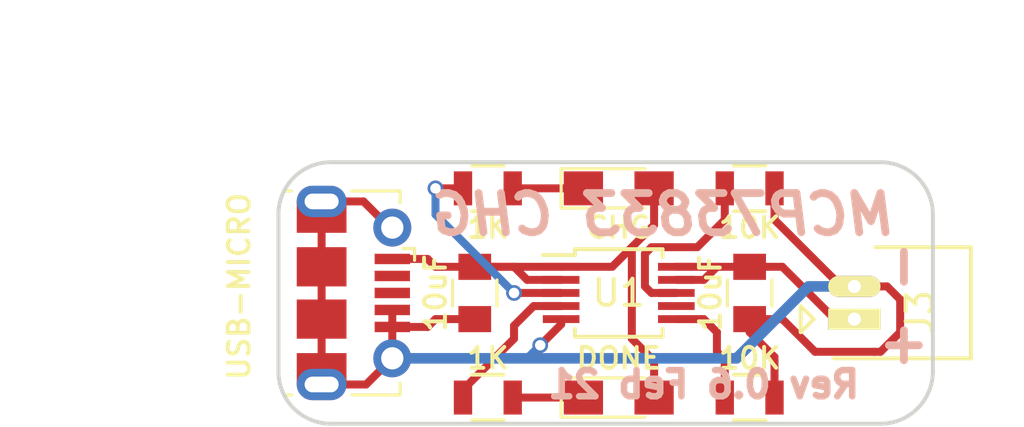
<source format=kicad_pcb>
(kicad_pcb (version 4) (host pcbnew 4.0.2+dfsg1-stable)

  (general
    (links 29)
    (no_connects 0)
    (area 135.924999 98.924999 161.075001 109.075001)
    (thickness 1.6)
    (drawings 13)
    (tracks 84)
    (zones 0)
    (modules 11)
    (nets 13)
  )

  (page A)
  (title_block
    (title "Beetje 32U4 Blok")
    (date 2018-08-10)
    (rev 0.0)
    (company www.MakersBox.us)
    (comment 1 648.ken@gmail.com)
  )

  (layers
    (0 F.Cu signal)
    (31 B.Cu signal)
    (32 B.Adhes user)
    (33 F.Adhes user)
    (34 B.Paste user)
    (35 F.Paste user)
    (36 B.SilkS user)
    (37 F.SilkS user)
    (38 B.Mask user)
    (39 F.Mask user)
    (40 Dwgs.User user)
    (41 Cmts.User user)
    (42 Eco1.User user)
    (43 Eco2.User user)
    (44 Edge.Cuts user)
    (45 Margin user)
    (46 B.CrtYd user)
    (47 F.CrtYd user)
    (48 B.Fab user)
    (49 F.Fab user)
  )

  (setup
    (last_trace_width 0.3048)
    (user_trace_width 0.254)
    (user_trace_width 0.3048)
    (user_trace_width 0.4064)
    (user_trace_width 0.6096)
    (trace_clearance 0.2)
    (zone_clearance 0.508)
    (zone_45_only no)
    (trace_min 0.2)
    (segment_width 0.2)
    (edge_width 0.15)
    (via_size 0.6)
    (via_drill 0.4)
    (via_min_size 0.4)
    (via_min_drill 0.3)
    (uvia_size 0.3)
    (uvia_drill 0.1)
    (uvias_allowed no)
    (uvia_min_size 0.2)
    (uvia_min_drill 0.1)
    (pcb_text_width 0.3)
    (pcb_text_size 1.5 1.5)
    (mod_edge_width 0.15)
    (mod_text_size 1 1)
    (mod_text_width 0.15)
    (pad_size 0.8 2)
    (pad_drill 0.5)
    (pad_to_mask_clearance 0)
    (aux_axis_origin 0 0)
    (visible_elements 7FFFFFFF)
    (pcbplotparams
      (layerselection 0x00030_80000001)
      (usegerberextensions false)
      (excludeedgelayer true)
      (linewidth 0.100000)
      (plotframeref false)
      (viasonmask false)
      (mode 1)
      (useauxorigin false)
      (hpglpennumber 1)
      (hpglpenspeed 20)
      (hpglpendiameter 15)
      (hpglpenoverlay 2)
      (psnegative false)
      (psa4output false)
      (plotreference true)
      (plotvalue true)
      (plotinvisibletext false)
      (padsonsilk false)
      (subtractmaskfromsilk false)
      (outputformat 1)
      (mirror false)
      (drillshape 1)
      (scaleselection 1)
      (outputdirectory ""))
  )

  (net 0 "")
  (net 1 GND)
  (net 2 VBUS)
  (net 3 "Net-(R3-Pad1)")
  (net 4 "Net-(D2-Pad1)")
  (net 5 "Net-(D3-Pad1)")
  (net 6 "Net-(R2-Pad1)")
  (net 7 "Net-(R4-Pad1)")
  (net 8 "Net-(R5-Pad1)")
  (net 9 "Net-(J2-Pad2)")
  (net 10 "Net-(J2-Pad3)")
  (net 11 "Net-(U1-Pad7)")
  (net 12 "Net-(C2-Pad1)")

  (net_class Default "This is the default net class."
    (clearance 0.2)
    (trace_width 0.25)
    (via_dia 0.6)
    (via_drill 0.4)
    (uvia_dia 0.3)
    (uvia_drill 0.1)
    (add_net GND)
    (add_net "Net-(C2-Pad1)")
    (add_net "Net-(D2-Pad1)")
    (add_net "Net-(D3-Pad1)")
    (add_net "Net-(J2-Pad2)")
    (add_net "Net-(J2-Pad3)")
    (add_net "Net-(R2-Pad1)")
    (add_net "Net-(R3-Pad1)")
    (add_net "Net-(R4-Pad1)")
    (add_net "Net-(R5-Pad1)")
    (add_net "Net-(U1-Pad7)")
    (add_net VBUS)
  )

  (module Connectors_Molex:Connector_Molex_PicoBlade_53048-0210 (layer F.Cu) (tedit 6034880B) (tstamp 60348BC1)
    (at 158 105 90)
    (descr "Molex PicoBlade 1.25mm shrouded header. Vertical. 2 ways")
    (path /5B7F07B5)
    (fp_text reference J3 (at 0.25 2.5 90) (layer F.SilkS)
      (effects (font (size 1 1) (thickness 0.15)))
    )
    (fp_text value BAT (at 0.625 5.65 90) (layer F.Fab)
      (effects (font (size 1 1) (thickness 0.15)))
    )
    (fp_line (start -1.5 -0.8) (end -1.5 4.45) (layer F.SilkS) (width 0.15))
    (fp_line (start -1.5 4.45) (end 2.75 4.45) (layer F.SilkS) (width 0.15))
    (fp_line (start 2.75 4.45) (end 2.75 0.8) (layer F.SilkS) (width 0.15))
    (fp_line (start 0 -1.55) (end -0.5 -2.05) (layer F.SilkS) (width 0.15))
    (fp_line (start -0.5 -2.05) (end 0.5 -2.05) (layer F.SilkS) (width 0.15))
    (fp_line (start 0.5 -2.05) (end 0 -1.55) (layer F.SilkS) (width 0.15))
    (fp_line (start 0.5 -1.05) (end -1.5 0.95) (layer F.Fab) (width 0.2))
    (fp_line (start -1.5 0.95) (end -1.5 4.45) (layer F.Fab) (width 0.2))
    (fp_line (start -1.5 4.45) (end 2.75 4.45) (layer F.Fab) (width 0.2))
    (fp_line (start 2.75 4.45) (end 2.75 -1.05) (layer F.Fab) (width 0.2))
    (fp_line (start 2.75 -1.05) (end 0.5 -1.05) (layer F.Fab) (width 0.2))
    (pad 1 thru_hole rect (at 0 0 90) (size 0.8 2) (drill 0.5) (layers *.Cu *.Mask F.SilkS)
      (net 12 "Net-(C2-Pad1)"))
    (pad 2 thru_hole oval (at 1.25 0 90) (size 0.8 2) (drill 0.5) (layers *.Cu *.Mask F.SilkS)
      (net 1 GND))
  )

  (module footprints:C_0805 (layer F.Cu) (tedit 60348791) (tstamp 60348B4C)
    (at 143.5 104 270)
    (descr "Capacitor SMD 0805, reflow soldering, AVX (see smccp.pdf)")
    (tags "capacitor 0805")
    (path /5B77416F)
    (attr smd)
    (fp_text reference C1 (at 0 -1.5 270) (layer F.SilkS) hide
      (effects (font (size 1 1) (thickness 0.15)))
    )
    (fp_text value 10uF (at 0 1.5 270) (layer F.SilkS)
      (effects (font (size 0.8 0.8) (thickness 0.15)))
    )
    (fp_text user %R (at 0 -1.5 270) (layer F.Fab)
      (effects (font (size 1 1) (thickness 0.15)))
    )
    (fp_line (start -1 0.62) (end -1 -0.62) (layer F.Fab) (width 0.1))
    (fp_line (start 1 0.62) (end -1 0.62) (layer F.Fab) (width 0.1))
    (fp_line (start 1 -0.62) (end 1 0.62) (layer F.Fab) (width 0.1))
    (fp_line (start -1 -0.62) (end 1 -0.62) (layer F.Fab) (width 0.1))
    (fp_line (start 0.5 -0.85) (end -0.5 -0.85) (layer F.SilkS) (width 0.12))
    (fp_line (start -0.5 0.85) (end 0.5 0.85) (layer F.SilkS) (width 0.12))
    (fp_line (start -1.75 -0.88) (end 1.75 -0.88) (layer F.CrtYd) (width 0.05))
    (fp_line (start -1.75 -0.88) (end -1.75 0.87) (layer F.CrtYd) (width 0.05))
    (fp_line (start 1.75 0.87) (end 1.75 -0.88) (layer F.CrtYd) (width 0.05))
    (fp_line (start 1.75 0.87) (end -1.75 0.87) (layer F.CrtYd) (width 0.05))
    (pad 1 smd rect (at -1 0 270) (size 1 1.25) (layers F.Cu F.Paste F.Mask)
      (net 2 VBUS))
    (pad 2 smd rect (at 1 0 270) (size 1 1.25) (layers F.Cu F.Paste F.Mask)
      (net 1 GND))
    (model Capacitors_SMD.3dshapes/C_0805.wrl
      (at (xyz 0 0 0))
      (scale (xyz 1 1 1))
      (rotate (xyz 0 0 0))
    )
  )

  (module footprints:C_0805 (layer F.Cu) (tedit 603487B6) (tstamp 60348B5D)
    (at 154 104 270)
    (descr "Capacitor SMD 0805, reflow soldering, AVX (see smccp.pdf)")
    (tags "capacitor 0805")
    (path /5B7EFC72)
    (attr smd)
    (fp_text reference C2 (at 0 -1.5 270) (layer F.SilkS) hide
      (effects (font (size 1 1) (thickness 0.15)))
    )
    (fp_text value 10uF (at 0 1.5 270) (layer F.SilkS)
      (effects (font (size 0.8 0.8) (thickness 0.15)))
    )
    (fp_text user %R (at 0 -1.5 270) (layer F.Fab)
      (effects (font (size 1 1) (thickness 0.15)))
    )
    (fp_line (start -1 0.62) (end -1 -0.62) (layer F.Fab) (width 0.1))
    (fp_line (start 1 0.62) (end -1 0.62) (layer F.Fab) (width 0.1))
    (fp_line (start 1 -0.62) (end 1 0.62) (layer F.Fab) (width 0.1))
    (fp_line (start -1 -0.62) (end 1 -0.62) (layer F.Fab) (width 0.1))
    (fp_line (start 0.5 -0.85) (end -0.5 -0.85) (layer F.SilkS) (width 0.12))
    (fp_line (start -0.5 0.85) (end 0.5 0.85) (layer F.SilkS) (width 0.12))
    (fp_line (start -1.75 -0.88) (end 1.75 -0.88) (layer F.CrtYd) (width 0.05))
    (fp_line (start -1.75 -0.88) (end -1.75 0.87) (layer F.CrtYd) (width 0.05))
    (fp_line (start 1.75 0.87) (end 1.75 -0.88) (layer F.CrtYd) (width 0.05))
    (fp_line (start 1.75 0.87) (end -1.75 0.87) (layer F.CrtYd) (width 0.05))
    (pad 1 smd rect (at -1 0 270) (size 1 1.25) (layers F.Cu F.Paste F.Mask)
      (net 12 "Net-(C2-Pad1)"))
    (pad 2 smd rect (at 1 0 270) (size 1 1.25) (layers F.Cu F.Paste F.Mask)
      (net 1 GND))
    (model Capacitors_SMD.3dshapes/C_0805.wrl
      (at (xyz 0 0 0))
      (scale (xyz 1 1 1))
      (rotate (xyz 0 0 0))
    )
  )

  (module footprints:LED_0805_HandSoldering (layer F.Cu) (tedit 603486F7) (tstamp 60348B72)
    (at 149 100)
    (descr "Resistor SMD 0805, hand soldering")
    (tags "resistor 0805")
    (path /5B7EF1B7)
    (attr smd)
    (fp_text reference D2 (at 0 -1.7) (layer F.SilkS) hide
      (effects (font (size 1 1) (thickness 0.15)))
    )
    (fp_text value CHG (at 0 1.5) (layer F.SilkS)
      (effects (font (size 0.8 0.8) (thickness 0.15)))
    )
    (fp_line (start -0.4 -0.4) (end -0.4 0.4) (layer F.Fab) (width 0.1))
    (fp_line (start -0.4 0) (end 0.2 -0.4) (layer F.Fab) (width 0.1))
    (fp_line (start 0.2 0.4) (end -0.4 0) (layer F.Fab) (width 0.1))
    (fp_line (start 0.2 -0.4) (end 0.2 0.4) (layer F.Fab) (width 0.1))
    (fp_line (start -1 0.62) (end -1 -0.62) (layer F.Fab) (width 0.1))
    (fp_line (start 1 0.62) (end -1 0.62) (layer F.Fab) (width 0.1))
    (fp_line (start 1 -0.62) (end 1 0.62) (layer F.Fab) (width 0.1))
    (fp_line (start -1 -0.62) (end 1 -0.62) (layer F.Fab) (width 0.1))
    (fp_line (start 1 0.75) (end -2.2 0.75) (layer F.SilkS) (width 0.12))
    (fp_line (start -2.2 -0.75) (end 1 -0.75) (layer F.SilkS) (width 0.12))
    (fp_line (start -2.35 -0.9) (end 2.35 -0.9) (layer F.CrtYd) (width 0.05))
    (fp_line (start -2.35 -0.9) (end -2.35 0.9) (layer F.CrtYd) (width 0.05))
    (fp_line (start 2.35 0.9) (end 2.35 -0.9) (layer F.CrtYd) (width 0.05))
    (fp_line (start 2.35 0.9) (end -2.35 0.9) (layer F.CrtYd) (width 0.05))
    (fp_line (start -2.2 -0.75) (end -2.2 0.75) (layer F.SilkS) (width 0.12))
    (pad 1 smd rect (at -1.35 0) (size 1.5 1.3) (layers F.Cu F.Paste F.Mask)
      (net 4 "Net-(D2-Pad1)"))
    (pad 2 smd rect (at 1.35 0) (size 1.5 1.3) (layers F.Cu F.Paste F.Mask)
      (net 2 VBUS))
    (model ${KISYS3DMOD}/LEDs.3dshapes/LED_0805.wrl
      (at (xyz 0 0 0))
      (scale (xyz 1 1 1))
      (rotate (xyz 0 0 0))
    )
  )

  (module footprints:LED_0805_HandSoldering (layer F.Cu) (tedit 603486E7) (tstamp 60348B87)
    (at 149 108)
    (descr "Resistor SMD 0805, hand soldering")
    (tags "resistor 0805")
    (path /5E84D467)
    (attr smd)
    (fp_text reference D3 (at 0 -1.7) (layer F.SilkS) hide
      (effects (font (size 1 1) (thickness 0.15)))
    )
    (fp_text value DONE (at 0 -1.5) (layer F.SilkS)
      (effects (font (size 0.8 0.8) (thickness 0.15)))
    )
    (fp_line (start -0.4 -0.4) (end -0.4 0.4) (layer F.Fab) (width 0.1))
    (fp_line (start -0.4 0) (end 0.2 -0.4) (layer F.Fab) (width 0.1))
    (fp_line (start 0.2 0.4) (end -0.4 0) (layer F.Fab) (width 0.1))
    (fp_line (start 0.2 -0.4) (end 0.2 0.4) (layer F.Fab) (width 0.1))
    (fp_line (start -1 0.62) (end -1 -0.62) (layer F.Fab) (width 0.1))
    (fp_line (start 1 0.62) (end -1 0.62) (layer F.Fab) (width 0.1))
    (fp_line (start 1 -0.62) (end 1 0.62) (layer F.Fab) (width 0.1))
    (fp_line (start -1 -0.62) (end 1 -0.62) (layer F.Fab) (width 0.1))
    (fp_line (start 1 0.75) (end -2.2 0.75) (layer F.SilkS) (width 0.12))
    (fp_line (start -2.2 -0.75) (end 1 -0.75) (layer F.SilkS) (width 0.12))
    (fp_line (start -2.35 -0.9) (end 2.35 -0.9) (layer F.CrtYd) (width 0.05))
    (fp_line (start -2.35 -0.9) (end -2.35 0.9) (layer F.CrtYd) (width 0.05))
    (fp_line (start 2.35 0.9) (end 2.35 -0.9) (layer F.CrtYd) (width 0.05))
    (fp_line (start 2.35 0.9) (end -2.35 0.9) (layer F.CrtYd) (width 0.05))
    (fp_line (start -2.2 -0.75) (end -2.2 0.75) (layer F.SilkS) (width 0.12))
    (pad 1 smd rect (at -1.35 0) (size 1.5 1.3) (layers F.Cu F.Paste F.Mask)
      (net 5 "Net-(D3-Pad1)"))
    (pad 2 smd rect (at 1.35 0) (size 1.5 1.3) (layers F.Cu F.Paste F.Mask)
      (net 2 VBUS))
    (model ${KISYS3DMOD}/LEDs.3dshapes/LED_0805.wrl
      (at (xyz 0 0 0))
      (scale (xyz 1 1 1))
      (rotate (xyz 0 0 0))
    )
  )

  (module footprints:USB_Micro-B_Molex-105017-0001 (layer F.Cu) (tedit 6034870A) (tstamp 60348BB0)
    (at 138 104 270)
    (descr http://www.molex.com/pdm_docs/sd/1050170001_sd.pdf)
    (tags "Micro-USB SMD Typ-B")
    (path /5EA71AD7)
    (attr smd)
    (fp_text reference J2 (at 0 -4 270) (layer F.SilkS) hide
      (effects (font (size 1 1) (thickness 0.15)))
    )
    (fp_text value USB-MICRO (at -0.25 3.5 270) (layer F.SilkS)
      (effects (font (size 0.8 0.8) (thickness 0.15)))
    )
    (fp_line (start -4.4 2.75) (end 4.4 2.75) (layer F.CrtYd) (width 0.05))
    (fp_line (start 4.4 -3.35) (end 4.4 2.75) (layer F.CrtYd) (width 0.05))
    (fp_line (start -4.4 -3.35) (end 4.4 -3.35) (layer F.CrtYd) (width 0.05))
    (fp_line (start -4.4 2.75) (end -4.4 -3.35) (layer F.CrtYd) (width 0.05))
    (fp_text user "PCB Edge" (at 0 1.8 270) (layer Dwgs.User)
      (effects (font (size 0.5 0.5) (thickness 0.08)))
    )
    (fp_line (start -3.9 -2.65) (end -3.45 -2.65) (layer F.SilkS) (width 0.12))
    (fp_line (start -3.9 -0.8) (end -3.9 -2.65) (layer F.SilkS) (width 0.12))
    (fp_line (start 3.9 1.75) (end 3.9 1.5) (layer F.SilkS) (width 0.12))
    (fp_line (start 3.75 2.5) (end 3.75 -2.5) (layer F.Fab) (width 0.1))
    (fp_line (start -3 1.801704) (end 3 1.801704) (layer F.Fab) (width 0.1))
    (fp_line (start -3.75 2.501704) (end 3.75 2.501704) (layer F.Fab) (width 0.1))
    (fp_line (start -3.75 -2.5) (end 3.75 -2.5) (layer F.Fab) (width 0.1))
    (fp_line (start -3.75 2.5) (end -3.75 -2.5) (layer F.Fab) (width 0.1))
    (fp_line (start -3.9 1.75) (end -3.9 1.5) (layer F.SilkS) (width 0.12))
    (fp_line (start 3.9 -0.8) (end 3.9 -2.65) (layer F.SilkS) (width 0.12))
    (fp_line (start 3.9 -2.65) (end 3.45 -2.65) (layer F.SilkS) (width 0.12))
    (fp_text user %R (at 0 0 270) (layer F.Fab)
      (effects (font (size 1 1) (thickness 0.15)))
    )
    (fp_line (start -1.7 -3.2) (end -1.25 -3.2) (layer F.SilkS) (width 0.12))
    (fp_line (start -1.7 -3.2) (end -1.7 -2.75) (layer F.SilkS) (width 0.12))
    (fp_line (start -1.3 -2.6) (end -1.5 -2.8) (layer F.Fab) (width 0.1))
    (fp_line (start -1.1 -2.8) (end -1.3 -2.6) (layer F.Fab) (width 0.1))
    (fp_line (start -1.5 -3.01) (end -1.1 -3.01) (layer F.Fab) (width 0.1))
    (fp_line (start -1.5 -3.01) (end -1.5 -2.8) (layer F.Fab) (width 0.1))
    (fp_line (start -1.1 -3.01) (end -1.1 -2.8) (layer F.Fab) (width 0.1))
    (pad 5 smd rect (at 1 0.35 270) (size 1.5 1.9) (layers F.Cu F.Paste F.Mask)
      (net 1 GND))
    (pad 5 thru_hole circle (at -2.5 -2.35 270) (size 1.45 1.45) (drill 0.85) (layers *.Cu *.Mask)
      (net 1 GND))
    (pad 2 smd rect (at -0.65 -2.35 270) (size 0.4 1.35) (layers F.Cu F.Paste F.Mask)
      (net 9 "Net-(J2-Pad2)"))
    (pad 1 smd rect (at -1.3 -2.35 270) (size 0.4 1.35) (layers F.Cu F.Paste F.Mask)
      (net 2 VBUS))
    (pad 5 smd rect (at 1.3 -2.35 270) (size 0.4 1.35) (layers F.Cu F.Paste F.Mask)
      (net 1 GND))
    (pad 4 smd rect (at 0.65 -2.35 270) (size 0.4 1.35) (layers F.Cu F.Paste F.Mask)
      (net 1 GND))
    (pad 3 smd rect (at 0 -2.35 270) (size 0.4 1.35) (layers F.Cu F.Paste F.Mask)
      (net 10 "Net-(J2-Pad3)"))
    (pad 5 thru_hole circle (at 2.5 -2.35 270) (size 1.45 1.45) (drill 0.85) (layers *.Cu *.Mask)
      (net 1 GND))
    (pad 5 smd rect (at -1 0.35 270) (size 1.5 1.9) (layers F.Cu F.Paste F.Mask)
      (net 1 GND))
    (pad 5 thru_hole oval (at -3.5 0.35 90) (size 1.2 1.9) (drill oval 0.6 1.3) (layers *.Cu *.Mask)
      (net 1 GND))
    (pad 5 thru_hole oval (at 3.5 0.35 270) (size 1.2 1.9) (drill oval 0.6 1.3) (layers *.Cu *.Mask)
      (net 1 GND))
    (pad 5 smd rect (at 2.9 0.35 270) (size 1.2 1.9) (layers F.Cu F.Mask)
      (net 1 GND))
    (pad 5 smd rect (at -2.9 0.35 270) (size 1.2 1.9) (layers F.Cu F.Mask)
      (net 1 GND))
    (model ${KISYS3DMOD}/Connectors_USB.3dshapes/USB_Micro-B_Molex-105017-0001.wrl
      (at (xyz 0 0 0))
      (scale (xyz 1 1 1))
      (rotate (xyz 0 0 0))
    )
  )

  (module footprints:MSOP-10_3x3mm_Pitch0.5mm (layer F.Cu) (tedit 5E84CEE1) (tstamp 60348C24)
    (at 149 104)
    (descr "10-Lead Plastic Micro Small Outline Package (MS) [MSOP] (see Microchip Packaging Specification 00000049BS.pdf)")
    (tags "SSOP 0.5")
    (path /5E84C831)
    (attr smd)
    (fp_text reference U1 (at 0 0) (layer F.SilkS)
      (effects (font (size 1 1) (thickness 0.15)))
    )
    (fp_text value MCP73833 (at 0 2.6) (layer F.Fab)
      (effects (font (size 1 1) (thickness 0.15)))
    )
    (fp_line (start -0.5 -1.5) (end 1.5 -1.5) (layer F.Fab) (width 0.15))
    (fp_line (start 1.5 -1.5) (end 1.5 1.5) (layer F.Fab) (width 0.15))
    (fp_line (start 1.5 1.5) (end -1.5 1.5) (layer F.Fab) (width 0.15))
    (fp_line (start -1.5 1.5) (end -1.5 -0.5) (layer F.Fab) (width 0.15))
    (fp_line (start -1.5 -0.5) (end -0.5 -1.5) (layer F.Fab) (width 0.15))
    (fp_line (start -3.15 -1.85) (end -3.15 1.85) (layer F.CrtYd) (width 0.05))
    (fp_line (start 3.15 -1.85) (end 3.15 1.85) (layer F.CrtYd) (width 0.05))
    (fp_line (start -3.15 -1.85) (end 3.15 -1.85) (layer F.CrtYd) (width 0.05))
    (fp_line (start -3.15 1.85) (end 3.15 1.85) (layer F.CrtYd) (width 0.05))
    (fp_line (start -1.675 -1.675) (end -1.675 -1.45) (layer F.SilkS) (width 0.15))
    (fp_line (start 1.675 -1.675) (end 1.675 -1.375) (layer F.SilkS) (width 0.15))
    (fp_line (start 1.675 1.675) (end 1.675 1.375) (layer F.SilkS) (width 0.15))
    (fp_line (start -1.675 1.675) (end -1.675 1.375) (layer F.SilkS) (width 0.15))
    (fp_line (start -1.675 -1.675) (end 1.675 -1.675) (layer F.SilkS) (width 0.15))
    (fp_line (start -1.675 1.675) (end 1.675 1.675) (layer F.SilkS) (width 0.15))
    (fp_line (start -1.675 -1.45) (end -2.9 -1.45) (layer F.SilkS) (width 0.15))
    (fp_text user %R (at 0 0) (layer F.Fab)
      (effects (font (size 0.6 0.6) (thickness 0.15)))
    )
    (pad 1 smd rect (at -2.2 -1) (size 1.4 0.3) (layers F.Cu F.Paste F.Mask)
      (net 2 VBUS))
    (pad 2 smd rect (at -2.2 -0.5) (size 1.4 0.3) (layers F.Cu F.Paste F.Mask)
      (net 2 VBUS))
    (pad 3 smd rect (at -2.2 0) (size 1.4 0.3) (layers F.Cu F.Paste F.Mask)
      (net 6 "Net-(R2-Pad1)"))
    (pad 4 smd rect (at -2.2 0.5) (size 1.4 0.3) (layers F.Cu F.Paste F.Mask)
      (net 3 "Net-(R3-Pad1)"))
    (pad 5 smd rect (at -2.2 1) (size 1.4 0.3) (layers F.Cu F.Paste F.Mask)
      (net 1 GND))
    (pad 6 smd rect (at 2.2 1) (size 1.4 0.3) (layers F.Cu F.Paste F.Mask)
      (net 8 "Net-(R5-Pad1)"))
    (pad 7 smd rect (at 2.2 0.5) (size 1.4 0.3) (layers F.Cu F.Paste F.Mask)
      (net 11 "Net-(U1-Pad7)"))
    (pad 8 smd rect (at 2.2 0) (size 1.4 0.3) (layers F.Cu F.Paste F.Mask)
      (net 7 "Net-(R4-Pad1)"))
    (pad 9 smd rect (at 2.2 -0.5) (size 1.4 0.3) (layers F.Cu F.Paste F.Mask)
      (net 12 "Net-(C2-Pad1)"))
    (pad 10 smd rect (at 2.2 -1) (size 1.4 0.3) (layers F.Cu F.Paste F.Mask)
      (net 12 "Net-(C2-Pad1)"))
    (model ${KISYS3DMOD}/Housings_SSOP.3dshapes/MSOP-10_3x3mm_Pitch0.5mm.wrl
      (at (xyz 0 0 0))
      (scale (xyz 1 1 1))
      (rotate (xyz 0 0 0))
    )
  )

  (module Resistors_SMD:R_0805 (layer F.Cu) (tedit 60348762) (tstamp 60348C05)
    (at 154 108)
    (descr "Resistor SMD 0805, reflow soldering, Vishay (see dcrcw.pdf)")
    (tags "resistor 0805")
    (path /5B7EFA67)
    (attr smd)
    (fp_text reference R5 (at 2.5 2.25) (layer F.SilkS) hide
      (effects (font (size 1 1) (thickness 0.15)))
    )
    (fp_text value 10K (at 0 -1.5) (layer F.SilkS)
      (effects (font (size 0.8 0.8) (thickness 0.15)))
    )
    (fp_line (start -1.6 -1) (end 1.6 -1) (layer F.CrtYd) (width 0.05))
    (fp_line (start -1.6 1) (end 1.6 1) (layer F.CrtYd) (width 0.05))
    (fp_line (start -1.6 -1) (end -1.6 1) (layer F.CrtYd) (width 0.05))
    (fp_line (start 1.6 -1) (end 1.6 1) (layer F.CrtYd) (width 0.05))
    (fp_line (start 0.6 0.875) (end -0.6 0.875) (layer F.SilkS) (width 0.15))
    (fp_line (start -0.6 -0.875) (end 0.6 -0.875) (layer F.SilkS) (width 0.15))
    (pad 1 smd rect (at -0.95 0) (size 0.7 1.3) (layers F.Cu F.Paste F.Mask)
      (net 8 "Net-(R5-Pad1)"))
    (pad 2 smd rect (at 0.95 0) (size 0.7 1.3) (layers F.Cu F.Paste F.Mask)
      (net 1 GND))
    (model Resistors_SMD.3dshapes/R_0805.wrl
      (at (xyz 0 0 0))
      (scale (xyz 1 1 1))
      (rotate (xyz 0 0 0))
    )
  )

  (module Resistors_SMD:R_0805 (layer F.Cu) (tedit 60348749) (tstamp 60348BF4)
    (at 154 100)
    (descr "Resistor SMD 0805, reflow soldering, Vishay (see dcrcw.pdf)")
    (tags "resistor 0805")
    (path /5E84F5CB)
    (attr smd)
    (fp_text reference R4 (at 0 -2.1) (layer F.SilkS) hide
      (effects (font (size 1 1) (thickness 0.15)))
    )
    (fp_text value 10K (at 0 1.5) (layer F.SilkS)
      (effects (font (size 0.8 0.8) (thickness 0.15)))
    )
    (fp_line (start -1.6 -1) (end 1.6 -1) (layer F.CrtYd) (width 0.05))
    (fp_line (start -1.6 1) (end 1.6 1) (layer F.CrtYd) (width 0.05))
    (fp_line (start -1.6 -1) (end -1.6 1) (layer F.CrtYd) (width 0.05))
    (fp_line (start 1.6 -1) (end 1.6 1) (layer F.CrtYd) (width 0.05))
    (fp_line (start 0.6 0.875) (end -0.6 0.875) (layer F.SilkS) (width 0.15))
    (fp_line (start -0.6 -0.875) (end 0.6 -0.875) (layer F.SilkS) (width 0.15))
    (pad 1 smd rect (at -0.95 0) (size 0.7 1.3) (layers F.Cu F.Paste F.Mask)
      (net 7 "Net-(R4-Pad1)"))
    (pad 2 smd rect (at 0.95 0) (size 0.7 1.3) (layers F.Cu F.Paste F.Mask)
      (net 1 GND))
    (model Resistors_SMD.3dshapes/R_0805.wrl
      (at (xyz 0 0 0))
      (scale (xyz 1 1 1))
      (rotate (xyz 0 0 0))
    )
  )

  (module Resistors_SMD:R_0805 (layer F.Cu) (tedit 60348779) (tstamp 60348BE3)
    (at 144 108)
    (descr "Resistor SMD 0805, reflow soldering, Vishay (see dcrcw.pdf)")
    (tags "resistor 0805")
    (path /5E84D4BF)
    (attr smd)
    (fp_text reference R3 (at -0.25 2.25) (layer F.SilkS) hide
      (effects (font (size 1 1) (thickness 0.15)))
    )
    (fp_text value 1K (at 0 -1.5) (layer F.SilkS)
      (effects (font (size 0.8 0.8) (thickness 0.15)))
    )
    (fp_line (start -1.6 -1) (end 1.6 -1) (layer F.CrtYd) (width 0.05))
    (fp_line (start -1.6 1) (end 1.6 1) (layer F.CrtYd) (width 0.05))
    (fp_line (start -1.6 -1) (end -1.6 1) (layer F.CrtYd) (width 0.05))
    (fp_line (start 1.6 -1) (end 1.6 1) (layer F.CrtYd) (width 0.05))
    (fp_line (start 0.6 0.875) (end -0.6 0.875) (layer F.SilkS) (width 0.15))
    (fp_line (start -0.6 -0.875) (end 0.6 -0.875) (layer F.SilkS) (width 0.15))
    (pad 1 smd rect (at -0.95 0) (size 0.7 1.3) (layers F.Cu F.Paste F.Mask)
      (net 3 "Net-(R3-Pad1)"))
    (pad 2 smd rect (at 0.95 0) (size 0.7 1.3) (layers F.Cu F.Paste F.Mask)
      (net 5 "Net-(D3-Pad1)"))
    (model Resistors_SMD.3dshapes/R_0805.wrl
      (at (xyz 0 0 0))
      (scale (xyz 1 1 1))
      (rotate (xyz 0 0 0))
    )
  )

  (module Resistors_SMD:R_0805 (layer F.Cu) (tedit 60348735) (tstamp 60348BD2)
    (at 144 100)
    (descr "Resistor SMD 0805, reflow soldering, Vishay (see dcrcw.pdf)")
    (tags "resistor 0805")
    (path /5B7EF1EF)
    (attr smd)
    (fp_text reference R2 (at 0 -2.1) (layer F.SilkS) hide
      (effects (font (size 1 1) (thickness 0.15)))
    )
    (fp_text value 1K (at 0 1.5) (layer F.SilkS)
      (effects (font (size 0.8 0.8) (thickness 0.15)))
    )
    (fp_line (start -1.6 -1) (end 1.6 -1) (layer F.CrtYd) (width 0.05))
    (fp_line (start -1.6 1) (end 1.6 1) (layer F.CrtYd) (width 0.05))
    (fp_line (start -1.6 -1) (end -1.6 1) (layer F.CrtYd) (width 0.05))
    (fp_line (start 1.6 -1) (end 1.6 1) (layer F.CrtYd) (width 0.05))
    (fp_line (start 0.6 0.875) (end -0.6 0.875) (layer F.SilkS) (width 0.15))
    (fp_line (start -0.6 -0.875) (end 0.6 -0.875) (layer F.SilkS) (width 0.15))
    (pad 1 smd rect (at -0.95 0) (size 0.7 1.3) (layers F.Cu F.Paste F.Mask)
      (net 6 "Net-(R2-Pad1)"))
    (pad 2 smd rect (at 0.95 0) (size 0.7 1.3) (layers F.Cu F.Paste F.Mask)
      (net 4 "Net-(D2-Pad1)"))
    (model Resistors_SMD.3dshapes/R_0805.wrl
      (at (xyz 0 0 0))
      (scale (xyz 1 1 1))
      (rotate (xyz 0 0 0))
    )
  )

  (dimension 25 (width 0.3) (layer Dwgs.User)
    (gr_text "25.000 mm" (at 148.5 94.65) (layer Dwgs.User)
      (effects (font (size 1.5 1.5) (thickness 0.3)))
    )
    (feature1 (pts (xy 161 99) (xy 161 93.3)))
    (feature2 (pts (xy 136 99) (xy 136 93.3)))
    (crossbar (pts (xy 136 96) (xy 161 96)))
    (arrow1a (pts (xy 161 96) (xy 159.873496 96.586421)))
    (arrow1b (pts (xy 161 96) (xy 159.873496 95.413579)))
    (arrow2a (pts (xy 136 96) (xy 137.126504 96.586421)))
    (arrow2b (pts (xy 136 96) (xy 137.126504 95.413579)))
  )
  (gr_line (start 138 99) (end 159 99) (angle 90) (layer Edge.Cuts) (width 0.15))
  (gr_line (start 138 109) (end 159 109) (angle 90) (layer Edge.Cuts) (width 0.15))
  (gr_arc (start 159 101) (end 159 99) (angle 90) (layer Edge.Cuts) (width 0.15))
  (gr_text "+ -" (at 160 104.5 270) (layer B.SilkS)
    (effects (font (size 1.5 1.5) (thickness 0.3)) (justify mirror))
  )
  (gr_text "Rev 0.6 Feb 21" (at 152.25 107.5) (layer B.SilkS)
    (effects (font (size 1 1) (thickness 0.25)) (justify mirror))
  )
  (gr_text "MCP73833 CHG" (at 150.75 101) (layer B.SilkS)
    (effects (font (size 1.5 1.5) (thickness 0.3) italic) (justify mirror))
  )
  (dimension 10 (width 0.3) (layer Dwgs.User)
    (gr_text "10.000 mm" (at 131.65 104 270) (layer Dwgs.User)
      (effects (font (size 1.5 1.5) (thickness 0.3)))
    )
    (feature1 (pts (xy 136 109) (xy 130.3 109)))
    (feature2 (pts (xy 136 99) (xy 130.3 99)))
    (crossbar (pts (xy 133 99) (xy 133 109)))
    (arrow1a (pts (xy 133 109) (xy 132.413579 107.873496)))
    (arrow1b (pts (xy 133 109) (xy 133.586421 107.873496)))
    (arrow2a (pts (xy 133 99) (xy 132.413579 100.126504)))
    (arrow2b (pts (xy 133 99) (xy 133.586421 100.126504)))
  )
  (gr_line (start 161 107) (end 161 101) (angle 90) (layer Edge.Cuts) (width 0.15))
  (gr_arc (start 159 107) (end 161 107) (angle 90) (layer Edge.Cuts) (width 0.15))
  (gr_line (start 136 107) (end 136 101) (angle 90) (layer Edge.Cuts) (width 0.15))
  (gr_arc (start 138 101) (end 136 101) (angle 90) (layer Edge.Cuts) (width 0.15))
  (gr_arc (start 138 107) (end 138 109) (angle 90) (layer Edge.Cuts) (width 0.15))

  (segment (start 158.75 106.25) (end 159 106.25) (width 0.3048) (layer F.Cu) (net 1))
  (segment (start 155.25 105) (end 156.5 106.25) (width 0.3048) (layer F.Cu) (net 1) (tstamp 60349DE4))
  (segment (start 156.5 106.25) (end 158.75 106.25) (width 0.3048) (layer F.Cu) (net 1) (tstamp 60349DE6))
  (segment (start 154 105) (end 155.25 105) (width 0.3048) (layer F.Cu) (net 1))
  (segment (start 159.25 103.75) (end 158 103.75) (width 0.3048) (layer F.Cu) (net 1) (tstamp 6034A071))
  (segment (start 159.75 104.25) (end 159.25 103.75) (width 0.3048) (layer F.Cu) (net 1) (tstamp 6034A070))
  (segment (start 159.75 105.5) (end 159.75 104.25) (width 0.3048) (layer F.Cu) (net 1) (tstamp 6034A06F))
  (segment (start 159 106.25) (end 159.75 105.5) (width 0.3048) (layer F.Cu) (net 1) (tstamp 6034A06E))
  (segment (start 140.35 106.5) (end 153.5 106.5) (width 0.4064) (layer B.Cu) (net 1))
  (segment (start 153.5 106.5) (end 156.25 103.75) (width 0.4064) (layer B.Cu) (net 1) (tstamp 6034A056))
  (segment (start 156.25 103.75) (end 158 103.75) (width 0.4064) (layer B.Cu) (net 1) (tstamp 6034A058))
  (segment (start 146.8 105) (end 146.8 105.2) (width 0.3048) (layer F.Cu) (net 1))
  (segment (start 145.5 106.5) (end 140.35 106.5) (width 0.3048) (layer B.Cu) (net 1) (tstamp 6034A052))
  (segment (start 146 106) (end 145.5 106.5) (width 0.3048) (layer B.Cu) (net 1) (tstamp 6034A051))
  (via (at 146 106) (size 0.6) (drill 0.4) (layers F.Cu B.Cu) (net 1))
  (segment (start 146.8 105.2) (end 146 106) (width 0.3048) (layer F.Cu) (net 1) (tstamp 6034A04F))
  (segment (start 158 103.75) (end 157.5 103.75) (width 0.3048) (layer F.Cu) (net 1))
  (segment (start 154.95 101.2) (end 154.95 100) (width 0.3048) (layer F.Cu) (net 1) (tstamp 60349DEF))
  (segment (start 157.5 103.75) (end 154.95 101.2) (width 0.3048) (layer F.Cu) (net 1) (tstamp 60349DEE))
  (segment (start 158.5 103.75) (end 158 103.75) (width 0.3048) (layer F.Cu) (net 1) (tstamp 60349DEB))
  (segment (start 154 105) (end 154 105.5) (width 0.3048) (layer F.Cu) (net 1))
  (segment (start 154 105.5) (end 154.95 106.45) (width 0.3048) (layer F.Cu) (net 1) (tstamp 60349DDC))
  (segment (start 154.95 106.45) (end 154.95 108) (width 0.3048) (layer F.Cu) (net 1) (tstamp 60349DDD))
  (segment (start 137.65 105) (end 137.65 103) (width 0.3048) (layer F.Cu) (net 1))
  (segment (start 137.65 107.5) (end 139.35 107.5) (width 0.3048) (layer F.Cu) (net 1))
  (segment (start 139.35 107.5) (end 140.35 106.5) (width 0.3048) (layer F.Cu) (net 1) (tstamp 60349DC9))
  (segment (start 137.65 103) (end 137.65 101.1) (width 0.3048) (layer F.Cu) (net 1))
  (segment (start 137.65 101.1) (end 137.65 100.5) (width 0.3048) (layer F.Cu) (net 1) (tstamp 60349DC7))
  (segment (start 137.65 107.5) (end 137.65 105) (width 0.3048) (layer F.Cu) (net 1))
  (segment (start 137.65 107.5) (end 137.65 106.9) (width 0.3048) (layer F.Cu) (net 1))
  (segment (start 140.35 101.5) (end 140.25 101.5) (width 0.3048) (layer F.Cu) (net 1))
  (segment (start 140.25 101.5) (end 139.25 100.5) (width 0.3048) (layer F.Cu) (net 1) (tstamp 60349DBD))
  (segment (start 139.25 100.5) (end 137.65 100.5) (width 0.3048) (layer F.Cu) (net 1) (tstamp 60349DBE))
  (segment (start 140.35 105.3) (end 140.35 106.5) (width 0.3048) (layer F.Cu) (net 1))
  (segment (start 140.35 104.65) (end 140.35 105.3) (width 0.3048) (layer F.Cu) (net 1))
  (segment (start 140.35 105.3) (end 141.7 105.3) (width 0.3048) (layer F.Cu) (net 1))
  (segment (start 142 105) (end 143.5 105) (width 0.3048) (layer F.Cu) (net 1) (tstamp 60349DB6))
  (segment (start 141.7 105.3) (end 142 105) (width 0.3048) (layer F.Cu) (net 1) (tstamp 60349DB5))
  (segment (start 146.8 103) (end 143.5 103) (width 0.3048) (layer F.Cu) (net 2))
  (segment (start 143.5 103) (end 145 103) (width 0.3048) (layer F.Cu) (net 2))
  (segment (start 145.5 103.5) (end 146.8 103.5) (width 0.3048) (layer F.Cu) (net 2))
  (segment (start 145.5 103.5) (end 145 103) (width 0.3048) (layer F.Cu) (net 2) (tstamp 60349E1B))
  (segment (start 146.8 103) (end 148.75 103) (width 0.3048) (layer F.Cu) (net 2))
  (segment (start 148.75 103) (end 149.5 102.25) (width 0.3048) (layer F.Cu) (net 2) (tstamp 60349E18))
  (segment (start 150.35 108) (end 150.35 106.6) (width 0.3048) (layer F.Cu) (net 2))
  (segment (start 150.35 101.4) (end 150.35 100) (width 0.3048) (layer F.Cu) (net 2) (tstamp 60349E15))
  (segment (start 149.5 102.25) (end 150.35 101.4) (width 0.3048) (layer F.Cu) (net 2) (tstamp 60349E14))
  (segment (start 149.5 105.75) (end 149.5 102.25) (width 0.3048) (layer F.Cu) (net 2) (tstamp 60349E13))
  (segment (start 150.35 106.6) (end 149.5 105.75) (width 0.3048) (layer F.Cu) (net 2) (tstamp 60349E12))
  (segment (start 140.35 102.7) (end 141.7 102.7) (width 0.3048) (layer F.Cu) (net 2))
  (segment (start 141.7 102.7) (end 142 103) (width 0.3048) (layer F.Cu) (net 2) (tstamp 60349DB1))
  (segment (start 142 103) (end 143.5 103) (width 0.3048) (layer F.Cu) (net 2) (tstamp 60349DB2))
  (segment (start 146.8 104.5) (end 145.75 104.5) (width 0.3048) (layer F.Cu) (net 3))
  (segment (start 145 105.75) (end 143.05 107.7) (width 0.3048) (layer F.Cu) (net 3) (tstamp 60349E24))
  (segment (start 145 105.25) (end 145 105.75) (width 0.3048) (layer F.Cu) (net 3) (tstamp 60349E23))
  (segment (start 145.75 104.5) (end 145 105.25) (width 0.3048) (layer F.Cu) (net 3) (tstamp 60349E22))
  (segment (start 143.05 107.7) (end 143.05 108) (width 0.3048) (layer F.Cu) (net 3) (tstamp 60349E25))
  (segment (start 144.95 100) (end 147.65 100) (width 0.3048) (layer F.Cu) (net 4))
  (segment (start 144.95 108) (end 147.65 108) (width 0.3048) (layer F.Cu) (net 5))
  (via (at 145 104) (size 0.6) (drill 0.4) (layers F.Cu B.Cu) (net 6))
  (segment (start 142 101) (end 142 100) (width 0.3048) (layer B.Cu) (net 6) (tstamp 60349E2B))
  (via (at 142 100) (size 0.6) (drill 0.4) (layers F.Cu B.Cu) (net 6))
  (segment (start 143.05 100) (end 142 100) (width 0.3048) (layer F.Cu) (net 6) (tstamp 60349E2D))
  (segment (start 145 104) (end 146.8 104) (width 0.3048) (layer F.Cu) (net 6))
  (segment (start 145 104) (end 142 101) (width 0.3048) (layer B.Cu) (net 6) (tstamp 6034A064))
  (segment (start 153.05 100) (end 153.05 101.2) (width 0.3048) (layer F.Cu) (net 7))
  (segment (start 150.25 104) (end 151.2 104) (width 0.3048) (layer F.Cu) (net 7) (tstamp 60349E08))
  (segment (start 150 103.75) (end 150.25 104) (width 0.3048) (layer F.Cu) (net 7) (tstamp 60349E07))
  (segment (start 150 102.5) (end 150 103.75) (width 0.3048) (layer F.Cu) (net 7) (tstamp 60349E06))
  (segment (start 150.25 102.25) (end 150 102.5) (width 0.3048) (layer F.Cu) (net 7) (tstamp 60349E05))
  (segment (start 152 102.25) (end 150.25 102.25) (width 0.3048) (layer F.Cu) (net 7) (tstamp 60349E04))
  (segment (start 153.05 101.2) (end 152 102.25) (width 0.3048) (layer F.Cu) (net 7) (tstamp 60349E03))
  (segment (start 151.2 105) (end 152.25 105) (width 0.3048) (layer F.Cu) (net 8))
  (segment (start 153.05 106.55) (end 153.05 108) (width 0.3048) (layer F.Cu) (net 8) (tstamp 60349E0E))
  (segment (start 152.75 106.25) (end 153.05 106.55) (width 0.3048) (layer F.Cu) (net 8) (tstamp 60349E0D))
  (segment (start 152.75 105.5) (end 152.75 106.25) (width 0.3048) (layer F.Cu) (net 8) (tstamp 60349E0C))
  (segment (start 152.25 105) (end 152.75 105.5) (width 0.3048) (layer F.Cu) (net 8) (tstamp 60349E0B))
  (segment (start 151.2 103.5) (end 152.25 103.5) (width 0.3048) (layer F.Cu) (net 12))
  (segment (start 152.25 103.5) (end 152.75 103) (width 0.3048) (layer F.Cu) (net 12) (tstamp 60349DFE))
  (segment (start 154 103) (end 155.25 103) (width 0.3048) (layer F.Cu) (net 12))
  (segment (start 157.25 105) (end 158 105) (width 0.3048) (layer F.Cu) (net 12) (tstamp 60349DE1))
  (segment (start 155.25 103) (end 157.25 105) (width 0.3048) (layer F.Cu) (net 12) (tstamp 60349DE0))
  (segment (start 151.2 103) (end 152.75 103) (width 0.3048) (layer F.Cu) (net 12))
  (segment (start 152.75 103) (end 154 103) (width 0.3048) (layer F.Cu) (net 12) (tstamp 60349E01))

)

</source>
